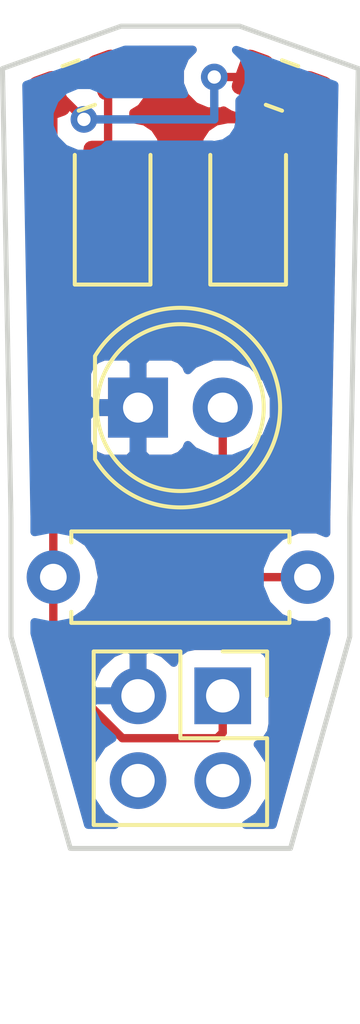
<source format=kicad_pcb>
(kicad_pcb (version 20171130) (host pcbnew 5.0.2-bee76a0~70~ubuntu18.04.1)

  (general
    (thickness 1.6)
    (drawings 10)
    (tracks 28)
    (zones 0)
    (modules 7)
    (nets 8)
  )

  (page A4)
  (layers
    (0 F.Cu signal)
    (31 B.Cu signal)
    (32 B.Adhes user)
    (33 F.Adhes user)
    (34 B.Paste user)
    (35 F.Paste user)
    (36 B.SilkS user)
    (37 F.SilkS user)
    (38 B.Mask user)
    (39 F.Mask user)
    (40 Dwgs.User user)
    (41 Cmts.User user)
    (42 Eco1.User user)
    (43 Eco2.User user)
    (44 Edge.Cuts user)
    (45 Margin user)
    (46 B.CrtYd user)
    (47 F.CrtYd user)
    (48 B.Fab user)
    (49 F.Fab user)
  )

  (setup
    (last_trace_width 0.25)
    (trace_clearance 0.2)
    (zone_clearance 0.508)
    (zone_45_only no)
    (trace_min 0.2)
    (segment_width 0.2)
    (edge_width 0.15)
    (via_size 0.8)
    (via_drill 0.4)
    (via_min_size 0.4)
    (via_min_drill 0.3)
    (uvia_size 0.3)
    (uvia_drill 0.1)
    (uvias_allowed no)
    (uvia_min_size 0.2)
    (uvia_min_drill 0.1)
    (pcb_text_width 0.3)
    (pcb_text_size 1.5 1.5)
    (mod_edge_width 0.15)
    (mod_text_size 1 1)
    (mod_text_width 0.15)
    (pad_size 0.975 1.4)
    (pad_drill 0)
    (pad_to_mask_clearance 0.051)
    (solder_mask_min_width 0.25)
    (aux_axis_origin 0 0)
    (visible_elements FFFFFF7F)
    (pcbplotparams
      (layerselection 0x010fc_ffffffff)
      (usegerberextensions false)
      (usegerberattributes false)
      (usegerberadvancedattributes false)
      (creategerberjobfile false)
      (excludeedgelayer true)
      (linewidth 0.100000)
      (plotframeref false)
      (viasonmask false)
      (mode 1)
      (useauxorigin false)
      (hpglpennumber 1)
      (hpglpenspeed 20)
      (hpglpendiameter 15.000000)
      (psnegative false)
      (psa4output false)
      (plotreference true)
      (plotvalue true)
      (plotinvisibletext false)
      (padsonsilk false)
      (subtractmaskfromsilk false)
      (outputformat 1)
      (mirror false)
      (drillshape 0)
      (scaleselection 1)
      (outputdirectory "gerbers/"))
  )

  (net 0 "")
  (net 1 GND)
  (net 2 "Net-(D1-Pad2)")
  (net 3 "Net-(D2-Pad2)")
  (net 4 "Net-(D3-Pad2)")
  (net 5 VCC)
  (net 6 "Net-(J1-Pad4)")
  (net 7 "Net-(J1-Pad2)")

  (net_class Default "This is the default net class."
    (clearance 0.2)
    (trace_width 0.25)
    (via_dia 0.8)
    (via_drill 0.4)
    (uvia_dia 0.3)
    (uvia_drill 0.1)
    (add_net GND)
    (add_net "Net-(D1-Pad2)")
    (add_net "Net-(D2-Pad2)")
    (add_net "Net-(D3-Pad2)")
    (add_net "Net-(J1-Pad2)")
    (add_net "Net-(J1-Pad4)")
    (add_net VCC)
  )

  (module LED_THT:LED_D5.0mm_Clear (layer F.Cu) (tedit 5C2A1229) (tstamp 5C3697C2)
    (at 114.3 77.47)
    (descr "LED, diameter 5.0mm, 2 pins, http://cdn-reichelt.de/documents/datenblatt/A500/LL-504BC2E-009.pdf")
    (tags "LED diameter 5.0mm 2 pins")
    (path /5C29E1D3)
    (fp_text reference D1 (at 1.27 -3.96) (layer F.SilkS) hide
      (effects (font (size 1 1) (thickness 0.15)))
    )
    (fp_text value LED (at 1.27 3.96) (layer F.Fab)
      (effects (font (size 1 1) (thickness 0.15)))
    )
    (fp_text user %R (at 1.25 0) (layer F.Fab)
      (effects (font (size 0.8 0.8) (thickness 0.2)))
    )
    (fp_line (start -1.23 -1.469694) (end -1.23 1.469694) (layer F.Fab) (width 0.1))
    (fp_line (start -1.29 -1.545) (end -1.29 1.545) (layer F.SilkS) (width 0.12))
    (fp_line (start -1.95 -3.25) (end -1.95 3.25) (layer F.CrtYd) (width 0.05))
    (fp_line (start -1.95 3.25) (end 4.5 3.25) (layer F.CrtYd) (width 0.05))
    (fp_line (start 4.5 3.25) (end 4.5 -3.25) (layer F.CrtYd) (width 0.05))
    (fp_line (start 4.5 -3.25) (end -1.95 -3.25) (layer F.CrtYd) (width 0.05))
    (fp_circle (center 1.27 0) (end 3.77 0) (layer F.Fab) (width 0.1))
    (fp_circle (center 1.27 0) (end 3.77 0) (layer F.SilkS) (width 0.12))
    (fp_arc (start 1.27 0) (end -1.23 -1.469694) (angle 299.1) (layer F.Fab) (width 0.1))
    (fp_arc (start 1.27 0) (end -1.29 -1.54483) (angle 148.9) (layer F.SilkS) (width 0.12))
    (fp_arc (start 1.27 0) (end -1.29 1.54483) (angle -148.9) (layer F.SilkS) (width 0.12))
    (pad 1 thru_hole rect (at 0 0) (size 1.8 1.8) (drill 0.9) (layers *.Cu *.Mask)
      (net 1 GND))
    (pad 2 thru_hole circle (at 2.54 0) (size 1.8 1.8) (drill 0.9) (layers *.Cu *.Mask)
      (net 2 "Net-(D1-Pad2)"))
    (model ${KISYS3DMOD}/LED_THT.3dshapes/LED_D5.0mm_Clear.wrl
      (at (xyz 0 0 0))
      (scale (xyz 1 1 1))
      (rotate (xyz 0 0 0))
    )
  )

  (module LED_SMD:LED_1206_3216Metric (layer F.Cu) (tedit 5C2A1217) (tstamp 5C3697D5)
    (at 113.538 71.498 90)
    (descr "LED SMD 1206 (3216 Metric), square (rectangular) end terminal, IPC_7351 nominal, (Body size source: http://www.tortai-tech.com/upload/download/2011102023233369053.pdf), generated with kicad-footprint-generator")
    (tags diode)
    (path /5C29E215)
    (attr smd)
    (fp_text reference D2 (at 0 -1.82 90) (layer F.SilkS) hide
      (effects (font (size 1 1) (thickness 0.15)))
    )
    (fp_text value LED (at 0 1.82 90) (layer F.Fab)
      (effects (font (size 1 1) (thickness 0.15)))
    )
    (fp_line (start 1.6 -0.8) (end -1.2 -0.8) (layer F.Fab) (width 0.1))
    (fp_line (start -1.2 -0.8) (end -1.6 -0.4) (layer F.Fab) (width 0.1))
    (fp_line (start -1.6 -0.4) (end -1.6 0.8) (layer F.Fab) (width 0.1))
    (fp_line (start -1.6 0.8) (end 1.6 0.8) (layer F.Fab) (width 0.1))
    (fp_line (start 1.6 0.8) (end 1.6 -0.8) (layer F.Fab) (width 0.1))
    (fp_line (start 1.6 -1.135) (end -2.285 -1.135) (layer F.SilkS) (width 0.12))
    (fp_line (start -2.285 -1.135) (end -2.285 1.135) (layer F.SilkS) (width 0.12))
    (fp_line (start -2.285 1.135) (end 1.6 1.135) (layer F.SilkS) (width 0.12))
    (fp_line (start -2.28 1.12) (end -2.28 -1.12) (layer F.CrtYd) (width 0.05))
    (fp_line (start -2.28 -1.12) (end 2.28 -1.12) (layer F.CrtYd) (width 0.05))
    (fp_line (start 2.28 -1.12) (end 2.28 1.12) (layer F.CrtYd) (width 0.05))
    (fp_line (start 2.28 1.12) (end -2.28 1.12) (layer F.CrtYd) (width 0.05))
    (fp_text user %R (at 0 0 90) (layer F.Fab)
      (effects (font (size 0.8 0.8) (thickness 0.12)))
    )
    (pad 1 smd roundrect (at -1.4 0 90) (size 1.25 1.75) (layers F.Cu F.Paste F.Mask) (roundrect_rratio 0.2)
      (net 1 GND))
    (pad 2 smd roundrect (at 1.4 0 90) (size 1.25 1.75) (layers F.Cu F.Paste F.Mask) (roundrect_rratio 0.2)
      (net 3 "Net-(D2-Pad2)"))
    (model ${KISYS3DMOD}/LED_SMD.3dshapes/LED_1206_3216Metric.wrl
      (at (xyz 0 0 0))
      (scale (xyz 1 1 1))
      (rotate (xyz 0 0 0))
    )
  )

  (module LED_SMD:LED_1206_3216Metric (layer F.Cu) (tedit 5C2A1221) (tstamp 5C3697E8)
    (at 117.602 71.498 90)
    (descr "LED SMD 1206 (3216 Metric), square (rectangular) end terminal, IPC_7351 nominal, (Body size source: http://www.tortai-tech.com/upload/download/2011102023233369053.pdf), generated with kicad-footprint-generator")
    (tags diode)
    (path /5C29E259)
    (attr smd)
    (fp_text reference D3 (at 0 -1.82 90) (layer F.SilkS) hide
      (effects (font (size 1 1) (thickness 0.15)))
    )
    (fp_text value LED (at 0 1.82 90) (layer F.Fab)
      (effects (font (size 1 1) (thickness 0.15)))
    )
    (fp_text user %R (at 0 0 90) (layer F.Fab)
      (effects (font (size 0.8 0.8) (thickness 0.12)))
    )
    (fp_line (start 2.28 1.12) (end -2.28 1.12) (layer F.CrtYd) (width 0.05))
    (fp_line (start 2.28 -1.12) (end 2.28 1.12) (layer F.CrtYd) (width 0.05))
    (fp_line (start -2.28 -1.12) (end 2.28 -1.12) (layer F.CrtYd) (width 0.05))
    (fp_line (start -2.28 1.12) (end -2.28 -1.12) (layer F.CrtYd) (width 0.05))
    (fp_line (start -2.285 1.135) (end 1.6 1.135) (layer F.SilkS) (width 0.12))
    (fp_line (start -2.285 -1.135) (end -2.285 1.135) (layer F.SilkS) (width 0.12))
    (fp_line (start 1.6 -1.135) (end -2.285 -1.135) (layer F.SilkS) (width 0.12))
    (fp_line (start 1.6 0.8) (end 1.6 -0.8) (layer F.Fab) (width 0.1))
    (fp_line (start -1.6 0.8) (end 1.6 0.8) (layer F.Fab) (width 0.1))
    (fp_line (start -1.6 -0.4) (end -1.6 0.8) (layer F.Fab) (width 0.1))
    (fp_line (start -1.2 -0.8) (end -1.6 -0.4) (layer F.Fab) (width 0.1))
    (fp_line (start 1.6 -0.8) (end -1.2 -0.8) (layer F.Fab) (width 0.1))
    (pad 2 smd roundrect (at 1.4 0 90) (size 1.25 1.75) (layers F.Cu F.Paste F.Mask) (roundrect_rratio 0.2)
      (net 4 "Net-(D3-Pad2)"))
    (pad 1 smd roundrect (at -1.4 0 90) (size 1.25 1.75) (layers F.Cu F.Paste F.Mask) (roundrect_rratio 0.2)
      (net 1 GND))
    (model ${KISYS3DMOD}/LED_SMD.3dshapes/LED_1206_3216Metric.wrl
      (at (xyz 0 0 0))
      (scale (xyz 1 1 1))
      (rotate (xyz 0 0 0))
    )
  )

  (module Connector_PinHeader_2.54mm:PinHeader_2x02_P2.54mm_Vertical (layer F.Cu) (tedit 5C2A1233) (tstamp 5C369802)
    (at 116.84 86.106 270)
    (descr "Through hole straight pin header, 2x02, 2.54mm pitch, double rows")
    (tags "Through hole pin header THT 2x02 2.54mm double row")
    (path /5C2A7F80)
    (fp_text reference J1 (at 1.27 -2.33 270) (layer F.SilkS) hide
      (effects (font (size 1 1) (thickness 0.15)))
    )
    (fp_text value Conn_02x02_Odd_Even (at 1.27 4.87 270) (layer F.Fab)
      (effects (font (size 1 1) (thickness 0.15)))
    )
    (fp_line (start 0 -1.27) (end 3.81 -1.27) (layer F.Fab) (width 0.1))
    (fp_line (start 3.81 -1.27) (end 3.81 3.81) (layer F.Fab) (width 0.1))
    (fp_line (start 3.81 3.81) (end -1.27 3.81) (layer F.Fab) (width 0.1))
    (fp_line (start -1.27 3.81) (end -1.27 0) (layer F.Fab) (width 0.1))
    (fp_line (start -1.27 0) (end 0 -1.27) (layer F.Fab) (width 0.1))
    (fp_line (start -1.33 3.87) (end 3.87 3.87) (layer F.SilkS) (width 0.12))
    (fp_line (start -1.33 1.27) (end -1.33 3.87) (layer F.SilkS) (width 0.12))
    (fp_line (start 3.87 -1.33) (end 3.87 3.87) (layer F.SilkS) (width 0.12))
    (fp_line (start -1.33 1.27) (end 1.27 1.27) (layer F.SilkS) (width 0.12))
    (fp_line (start 1.27 1.27) (end 1.27 -1.33) (layer F.SilkS) (width 0.12))
    (fp_line (start 1.27 -1.33) (end 3.87 -1.33) (layer F.SilkS) (width 0.12))
    (fp_line (start -1.33 0) (end -1.33 -1.33) (layer F.SilkS) (width 0.12))
    (fp_line (start -1.33 -1.33) (end 0 -1.33) (layer F.SilkS) (width 0.12))
    (fp_line (start -1.8 -1.8) (end -1.8 4.35) (layer F.CrtYd) (width 0.05))
    (fp_line (start -1.8 4.35) (end 4.35 4.35) (layer F.CrtYd) (width 0.05))
    (fp_line (start 4.35 4.35) (end 4.35 -1.8) (layer F.CrtYd) (width 0.05))
    (fp_line (start 4.35 -1.8) (end -1.8 -1.8) (layer F.CrtYd) (width 0.05))
    (fp_text user %R (at 1.27 1.27 180) (layer F.Fab)
      (effects (font (size 1 1) (thickness 0.15)))
    )
    (pad 1 thru_hole rect (at 0 0 270) (size 1.7 1.7) (drill 1) (layers *.Cu *.Mask)
      (net 5 VCC))
    (pad 2 thru_hole oval (at 2.54 0 270) (size 1.7 1.7) (drill 1) (layers *.Cu *.Mask)
      (net 7 "Net-(J1-Pad2)"))
    (pad 3 thru_hole oval (at 0 2.54 270) (size 1.7 1.7) (drill 1) (layers *.Cu *.Mask)
      (net 1 GND))
    (pad 4 thru_hole oval (at 2.54 2.54 270) (size 1.7 1.7) (drill 1) (layers *.Cu *.Mask)
      (net 6 "Net-(J1-Pad4)"))
    (model ${KISYS3DMOD}/Connector_PinHeader_2.54mm.3dshapes/PinHeader_2x02_P2.54mm_Vertical.wrl
      (at (xyz 0 0 0))
      (scale (xyz 1 1 1))
      (rotate (xyz 0 0 0))
    )
  )

  (module Resistor_THT:R_Axial_DIN0207_L6.3mm_D2.5mm_P7.62mm_Horizontal (layer F.Cu) (tedit 5C2A1238) (tstamp 5C369819)
    (at 119.38 82.55 180)
    (descr "Resistor, Axial_DIN0207 series, Axial, Horizontal, pin pitch=7.62mm, 0.25W = 1/4W, length*diameter=6.3*2.5mm^2, http://cdn-reichelt.de/documents/datenblatt/B400/1_4W%23YAG.pdf")
    (tags "Resistor Axial_DIN0207 series Axial Horizontal pin pitch 7.62mm 0.25W = 1/4W length 6.3mm diameter 2.5mm")
    (path /5C29E2C1)
    (fp_text reference R1 (at 3.81 -2.37 180) (layer F.SilkS) hide
      (effects (font (size 1 1) (thickness 0.15)))
    )
    (fp_text value R (at 3.81 2.37 180) (layer F.Fab)
      (effects (font (size 1 1) (thickness 0.15)))
    )
    (fp_line (start 0.66 -1.25) (end 0.66 1.25) (layer F.Fab) (width 0.1))
    (fp_line (start 0.66 1.25) (end 6.96 1.25) (layer F.Fab) (width 0.1))
    (fp_line (start 6.96 1.25) (end 6.96 -1.25) (layer F.Fab) (width 0.1))
    (fp_line (start 6.96 -1.25) (end 0.66 -1.25) (layer F.Fab) (width 0.1))
    (fp_line (start 0 0) (end 0.66 0) (layer F.Fab) (width 0.1))
    (fp_line (start 7.62 0) (end 6.96 0) (layer F.Fab) (width 0.1))
    (fp_line (start 0.54 -1.04) (end 0.54 -1.37) (layer F.SilkS) (width 0.12))
    (fp_line (start 0.54 -1.37) (end 7.08 -1.37) (layer F.SilkS) (width 0.12))
    (fp_line (start 7.08 -1.37) (end 7.08 -1.04) (layer F.SilkS) (width 0.12))
    (fp_line (start 0.54 1.04) (end 0.54 1.37) (layer F.SilkS) (width 0.12))
    (fp_line (start 0.54 1.37) (end 7.08 1.37) (layer F.SilkS) (width 0.12))
    (fp_line (start 7.08 1.37) (end 7.08 1.04) (layer F.SilkS) (width 0.12))
    (fp_line (start -1.05 -1.5) (end -1.05 1.5) (layer F.CrtYd) (width 0.05))
    (fp_line (start -1.05 1.5) (end 8.67 1.5) (layer F.CrtYd) (width 0.05))
    (fp_line (start 8.67 1.5) (end 8.67 -1.5) (layer F.CrtYd) (width 0.05))
    (fp_line (start 8.67 -1.5) (end -1.05 -1.5) (layer F.CrtYd) (width 0.05))
    (fp_text user %R (at 3.81 0 180) (layer F.Fab)
      (effects (font (size 1 1) (thickness 0.15)))
    )
    (pad 1 thru_hole circle (at 0 0 180) (size 1.6 1.6) (drill 0.8) (layers *.Cu *.Mask)
      (net 2 "Net-(D1-Pad2)"))
    (pad 2 thru_hole oval (at 7.62 0 180) (size 1.6 1.6) (drill 0.8) (layers *.Cu *.Mask)
      (net 5 VCC))
    (model ${KISYS3DMOD}/Resistor_THT.3dshapes/R_Axial_DIN0207_L6.3mm_D2.5mm_P7.62mm_Horizontal.wrl
      (at (xyz 0 0 0))
      (scale (xyz 1 1 1))
      (rotate (xyz 0 0 0))
    )
  )

  (module Resistor_SMD:R_0805_2012Metric (layer F.Cu) (tedit 5C2A1208) (tstamp 5C369CDB)
    (at 112.522 67.818 200)
    (descr "Resistor SMD 0805 (2012 Metric), square (rectangular) end terminal, IPC_7351 nominal, (Body size source: https://docs.google.com/spreadsheets/d/1BsfQQcO9C6DZCsRaXUlFlo91Tg2WpOkGARC1WS5S8t0/edit?usp=sharing), generated with kicad-footprint-generator")
    (tags resistor)
    (path /5C29E2FE)
    (attr smd)
    (fp_text reference R2 (at 0 -1.65 200) (layer F.SilkS) hide
      (effects (font (size 1 1) (thickness 0.15)))
    )
    (fp_text value R (at 0 1.65 200) (layer F.Fab)
      (effects (font (size 1 1) (thickness 0.15)))
    )
    (fp_line (start -1.000001 0.6) (end -1 -0.6) (layer F.Fab) (width 0.1))
    (fp_line (start -1 -0.6) (end 1.000001 -0.6) (layer F.Fab) (width 0.1))
    (fp_line (start 1.000001 -0.6) (end 1 0.6) (layer F.Fab) (width 0.1))
    (fp_line (start 1 0.6) (end -1.000001 0.6) (layer F.Fab) (width 0.1))
    (fp_line (start -0.258578 -0.71) (end 0.258579 -0.71) (layer F.SilkS) (width 0.12))
    (fp_line (start -0.258579 0.71) (end 0.258578 0.71) (layer F.SilkS) (width 0.12))
    (fp_line (start -1.68 0.95) (end -1.68 -0.95) (layer F.CrtYd) (width 0.05))
    (fp_line (start -1.68 -0.95) (end 1.68 -0.95) (layer F.CrtYd) (width 0.05))
    (fp_line (start 1.68 -0.95) (end 1.68 0.95) (layer F.CrtYd) (width 0.05))
    (fp_line (start 1.68 0.95) (end -1.68 0.95) (layer F.CrtYd) (width 0.05))
    (fp_text user %R (at 0 0 200) (layer F.Fab)
      (effects (font (size 0.5 0.5) (thickness 0.08)))
    )
    (pad 1 smd roundrect (at -0.9375 0 200) (size 0.975 1.4) (layers F.Cu F.Paste F.Mask) (roundrect_rratio 0.25)
      (net 3 "Net-(D2-Pad2)"))
    (pad 2 smd roundrect (at 0.9375 0 200) (size 0.975 1.4) (layers F.Cu F.Paste F.Mask) (roundrect_rratio 0.25)
      (net 5 VCC))
    (model ${KISYS3DMOD}/Resistor_SMD.3dshapes/R_0805_2012Metric.wrl
      (at (xyz 0 0 0))
      (scale (xyz 1 1 1))
      (rotate (xyz 0 0 0))
    )
  )

  (module Resistor_SMD:R_0805_2012Metric (layer F.Cu) (tedit 5C2A120E) (tstamp 5C36983B)
    (at 118.618 67.818 160)
    (descr "Resistor SMD 0805 (2012 Metric), square (rectangular) end terminal, IPC_7351 nominal, (Body size source: https://docs.google.com/spreadsheets/d/1BsfQQcO9C6DZCsRaXUlFlo91Tg2WpOkGARC1WS5S8t0/edit?usp=sharing), generated with kicad-footprint-generator")
    (tags resistor)
    (path /5C29E365)
    (attr smd)
    (fp_text reference R3 (at 0 -1.65 160) (layer F.SilkS) hide
      (effects (font (size 1 1) (thickness 0.15)))
    )
    (fp_text value R (at 0 1.65 160) (layer F.Fab)
      (effects (font (size 1 1) (thickness 0.15)))
    )
    (fp_text user %R (at 0 0 160) (layer F.Fab)
      (effects (font (size 0.5 0.5) (thickness 0.08)))
    )
    (fp_line (start 1.68 0.95) (end -1.68 0.95) (layer F.CrtYd) (width 0.05))
    (fp_line (start 1.68 -0.95) (end 1.68 0.95) (layer F.CrtYd) (width 0.05))
    (fp_line (start -1.68 -0.95) (end 1.68 -0.95) (layer F.CrtYd) (width 0.05))
    (fp_line (start -1.68 0.95) (end -1.68 -0.95) (layer F.CrtYd) (width 0.05))
    (fp_line (start -0.258578 0.71) (end 0.258578 0.71) (layer F.SilkS) (width 0.12))
    (fp_line (start -0.258578 -0.71) (end 0.258578 -0.71) (layer F.SilkS) (width 0.12))
    (fp_line (start 1 0.6) (end -1 0.6) (layer F.Fab) (width 0.1))
    (fp_line (start 1 -0.6) (end 1 0.6) (layer F.Fab) (width 0.1))
    (fp_line (start -1 -0.6) (end 1 -0.6) (layer F.Fab) (width 0.1))
    (fp_line (start -1 0.6) (end -1 -0.6) (layer F.Fab) (width 0.1))
    (pad 2 smd roundrect (at 0.9375 0 160) (size 0.975 1.4) (layers F.Cu F.Paste F.Mask) (roundrect_rratio 0.25)
      (net 5 VCC))
    (pad 1 smd roundrect (at -0.9375 0 160) (size 0.975 1.4) (layers F.Cu F.Paste F.Mask) (roundrect_rratio 0.25)
      (net 4 "Net-(D3-Pad2)"))
    (model ${KISYS3DMOD}/Resistor_SMD.3dshapes/R_0805_2012Metric.wrl
      (at (xyz 0 0 0))
      (scale (xyz 1 1 1))
      (rotate (xyz 0 0 0))
    )
  )

  (gr_line (start 110.49 84.328) (end 112.268 90.678) (layer Edge.Cuts) (width 0.15))
  (gr_line (start 110.49 80.772) (end 110.49 84.328) (layer Edge.Cuts) (width 0.15))
  (gr_line (start 110.236 67.31) (end 110.49 80.772) (layer Edge.Cuts) (width 0.15))
  (gr_line (start 113.792 66.04) (end 110.236 67.31) (layer Edge.Cuts) (width 0.15))
  (gr_line (start 117.348 66.04) (end 113.792 66.04) (layer Edge.Cuts) (width 0.15))
  (gr_line (start 120.904 67.31) (end 117.348 66.04) (layer Edge.Cuts) (width 0.15))
  (gr_line (start 120.65 80.772) (end 120.904 67.31) (layer Edge.Cuts) (width 0.15))
  (gr_line (start 120.65 84.328) (end 120.65 80.772) (layer Edge.Cuts) (width 0.15))
  (gr_line (start 118.872 90.678) (end 120.65 84.328) (layer Edge.Cuts) (width 0.15))
  (gr_line (start 112.268 90.678) (end 118.872 90.678) (layer Edge.Cuts) (width 0.15))

  (segment (start 114.3 73.66) (end 113.538 72.898) (width 0.25) (layer F.Cu) (net 1))
  (segment (start 114.3 77.47) (end 114.3 73.66) (width 0.25) (layer F.Cu) (net 1))
  (segment (start 114.513 72.898) (end 117.602 72.898) (width 0.25) (layer F.Cu) (net 1))
  (segment (start 113.538 72.898) (end 114.513 72.898) (width 0.25) (layer F.Cu) (net 1))
  (segment (start 114.3 86.106) (end 114.3 77.47) (width 0.25) (layer F.Cu) (net 1))
  (segment (start 117.348 82.55) (end 119.38 82.55) (width 0.25) (layer F.Cu) (net 2))
  (segment (start 116.84 77.47) (end 116.84 82.042) (width 0.25) (layer F.Cu) (net 2))
  (segment (start 116.84 82.042) (end 117.348 82.55) (width 0.25) (layer F.Cu) (net 2))
  (segment (start 113.402962 69.962962) (end 113.538 70.098) (width 0.25) (layer F.Cu) (net 3))
  (segment (start 113.402962 67.497356) (end 113.402962 69.962962) (width 0.25) (layer F.Cu) (net 3))
  (segment (start 117.602 70.035606) (end 117.602 70.098) (width 0.25) (layer F.Cu) (net 4))
  (segment (start 119.498962 68.138644) (end 117.602 70.035606) (width 0.25) (layer F.Cu) (net 4))
  (segment (start 111.844 82.55) (end 111.76 82.55) (width 0.25) (layer F.Cu) (net 5))
  (segment (start 111.76 68.257606) (end 111.641038 68.138644) (width 0.25) (layer F.Cu) (net 5))
  (segment (start 111.76 82.55) (end 111.76 68.257606) (width 0.25) (layer F.Cu) (net 5))
  (segment (start 113.830998 87.376) (end 111.76 85.305002) (width 0.25) (layer F.Cu) (net 5))
  (segment (start 111.76 85.305002) (end 111.76 82.55) (width 0.25) (layer F.Cu) (net 5))
  (segment (start 116.67 87.376) (end 113.830998 87.376) (width 0.25) (layer F.Cu) (net 5))
  (segment (start 116.84 86.106) (end 116.84 87.206) (width 0.25) (layer F.Cu) (net 5))
  (segment (start 116.84 87.206) (end 116.67 87.376) (width 0.25) (layer F.Cu) (net 5))
  (segment (start 111.641038 68.138644) (end 111.982606 68.138644) (width 0.25) (layer F.Cu) (net 5))
  (via (at 112.677962 68.834) (size 0.8) (drill 0.4) (layers F.Cu B.Cu) (net 5))
  (segment (start 111.982606 68.138644) (end 112.677962 68.834) (width 0.25) (layer F.Cu) (net 5))
  (segment (start 112.677962 68.834) (end 116.586 68.834) (width 0.25) (layer B.Cu) (net 5))
  (via (at 116.586 67.564) (size 0.8) (drill 0.4) (layers F.Cu B.Cu) (net 5))
  (segment (start 116.586 68.834) (end 116.586 67.564) (width 0.25) (layer B.Cu) (net 5))
  (segment (start 117.670394 67.564) (end 117.737038 67.497356) (width 0.25) (layer F.Cu) (net 5))
  (segment (start 116.586 67.564) (end 117.670394 67.564) (width 0.25) (layer F.Cu) (net 5))

  (zone (net 1) (net_name GND) (layer F.Cu) (tstamp 5C365558) (hatch edge 0.508)
    (connect_pads (clearance 0.508))
    (min_thickness 0.254)
    (fill yes (arc_segments 16) (thermal_gap 0.508) (thermal_bridge_width 0.508))
    (polygon
      (pts
        (xy 112.268 90.678) (xy 110.49 84.328) (xy 110.49 81.026) (xy 110.236 67.31) (xy 113.792 66.04)
        (xy 117.348 66.04) (xy 120.904 67.31) (xy 120.65 81.026) (xy 120.65 84.074) (xy 118.872 90.678)
      )
    )
    (filled_polygon
      (pts
        (xy 115.708569 66.97772) (xy 115.551 67.358126) (xy 115.551 67.769874) (xy 115.708569 68.15028) (xy 115.99972 68.441431)
        (xy 116.380126 68.599) (xy 116.791874 68.599) (xy 116.864084 68.56909) (xy 117.047136 68.680168) (xy 117.446597 68.82556)
        (xy 116.977 68.82556) (xy 116.633565 68.893874) (xy 116.342414 69.088414) (xy 116.147874 69.379565) (xy 116.07956 69.723)
        (xy 116.07956 70.473) (xy 116.147874 70.816435) (xy 116.342414 71.107586) (xy 116.633565 71.302126) (xy 116.977 71.37044)
        (xy 118.227 71.37044) (xy 118.570435 71.302126) (xy 118.861586 71.107586) (xy 119.056126 70.816435) (xy 119.12444 70.473)
        (xy 119.12444 69.723) (xy 119.102037 69.610371) (xy 119.235676 69.476732) (xy 119.26716 69.488191) (xy 119.610837 69.541088)
        (xy 119.948597 69.458439) (xy 120.15621 69.306212) (xy 119.941319 80.695449) (xy 119.940001 80.702074) (xy 119.940001 80.765291)
        (xy 119.938808 80.828519) (xy 119.940001 80.83517) (xy 119.940001 81.228727) (xy 119.665439 81.115) (xy 119.094561 81.115)
        (xy 118.567138 81.333466) (xy 118.163466 81.737138) (xy 118.14157 81.79) (xy 117.662802 81.79) (xy 117.6 81.727198)
        (xy 117.6 78.816669) (xy 117.709507 78.77131) (xy 118.14131 78.339507) (xy 118.375 77.77533) (xy 118.375 77.16467)
        (xy 118.14131 76.600493) (xy 117.709507 76.16869) (xy 117.14533 75.935) (xy 116.53467 75.935) (xy 115.970493 76.16869)
        (xy 115.794139 76.345044) (xy 115.738327 76.210301) (xy 115.559698 76.031673) (xy 115.326309 75.935) (xy 114.58575 75.935)
        (xy 114.427 76.09375) (xy 114.427 77.343) (xy 114.447 77.343) (xy 114.447 77.597) (xy 114.427 77.597)
        (xy 114.427 78.84625) (xy 114.58575 79.005) (xy 115.326309 79.005) (xy 115.559698 78.908327) (xy 115.738327 78.729699)
        (xy 115.794139 78.594956) (xy 115.970493 78.77131) (xy 116.08 78.816669) (xy 116.080001 81.967148) (xy 116.065112 82.042)
        (xy 116.124097 82.338537) (xy 116.215378 82.475148) (xy 116.292072 82.589929) (xy 116.355527 82.632328) (xy 116.757672 83.034475)
        (xy 116.800071 83.097929) (xy 116.863524 83.140327) (xy 116.863526 83.140329) (xy 116.988902 83.224102) (xy 117.051463 83.265904)
        (xy 117.273148 83.31) (xy 117.273152 83.31) (xy 117.347999 83.324888) (xy 117.422846 83.31) (xy 118.14157 83.31)
        (xy 118.163466 83.362862) (xy 118.567138 83.766534) (xy 119.094561 83.985) (xy 119.665439 83.985) (xy 119.94 83.871273)
        (xy 119.94 84.230473) (xy 118.333494 89.968) (xy 117.534416 89.968) (xy 117.910625 89.716625) (xy 118.238839 89.225418)
        (xy 118.354092 88.646) (xy 118.238839 88.066582) (xy 117.910625 87.575375) (xy 117.892381 87.563184) (xy 117.937765 87.554157)
        (xy 118.147809 87.413809) (xy 118.288157 87.203765) (xy 118.33744 86.956) (xy 118.33744 85.256) (xy 118.288157 85.008235)
        (xy 118.147809 84.798191) (xy 117.937765 84.657843) (xy 117.69 84.60856) (xy 115.99 84.60856) (xy 115.742235 84.657843)
        (xy 115.532191 84.798191) (xy 115.391843 85.008235) (xy 115.371261 85.111708) (xy 115.066924 84.834355) (xy 114.65689 84.664524)
        (xy 114.427 84.785845) (xy 114.427 85.979) (xy 114.447 85.979) (xy 114.447 86.233) (xy 114.427 86.233)
        (xy 114.427 86.253) (xy 114.173 86.253) (xy 114.173 86.233) (xy 114.153 86.233) (xy 114.153 85.979)
        (xy 114.173 85.979) (xy 114.173 84.785845) (xy 113.94311 84.664524) (xy 113.533076 84.834355) (xy 113.104817 85.224642)
        (xy 112.992853 85.463053) (xy 112.52 84.990201) (xy 112.52 83.768043) (xy 112.794577 83.584577) (xy 113.11174 83.109909)
        (xy 113.223113 82.55) (xy 113.11174 81.990091) (xy 112.794577 81.515423) (xy 112.52 81.331957) (xy 112.52 77.75575)
        (xy 112.765 77.75575) (xy 112.765 78.49631) (xy 112.861673 78.729699) (xy 113.040302 78.908327) (xy 113.273691 79.005)
        (xy 114.01425 79.005) (xy 114.173 78.84625) (xy 114.173 77.597) (xy 112.92375 77.597) (xy 112.765 77.75575)
        (xy 112.52 77.75575) (xy 112.52 76.44369) (xy 112.765 76.44369) (xy 112.765 77.18425) (xy 112.92375 77.343)
        (xy 114.173 77.343) (xy 114.173 76.09375) (xy 114.01425 75.935) (xy 113.273691 75.935) (xy 113.040302 76.031673)
        (xy 112.861673 76.210301) (xy 112.765 76.44369) (xy 112.52 76.44369) (xy 112.52 74.151087) (xy 112.53669 74.158)
        (xy 113.25225 74.158) (xy 113.411 73.99925) (xy 113.411 73.025) (xy 113.665 73.025) (xy 113.665 73.99925)
        (xy 113.82375 74.158) (xy 114.53931 74.158) (xy 114.772699 74.061327) (xy 114.951327 73.882698) (xy 115.048 73.649309)
        (xy 115.048 73.18375) (xy 116.092 73.18375) (xy 116.092 73.649309) (xy 116.188673 73.882698) (xy 116.367301 74.061327)
        (xy 116.60069 74.158) (xy 117.31625 74.158) (xy 117.475 73.99925) (xy 117.475 73.025) (xy 117.729 73.025)
        (xy 117.729 73.99925) (xy 117.88775 74.158) (xy 118.60331 74.158) (xy 118.836699 74.061327) (xy 119.015327 73.882698)
        (xy 119.112 73.649309) (xy 119.112 73.18375) (xy 118.95325 73.025) (xy 117.729 73.025) (xy 117.475 73.025)
        (xy 116.25075 73.025) (xy 116.092 73.18375) (xy 115.048 73.18375) (xy 114.88925 73.025) (xy 113.665 73.025)
        (xy 113.411 73.025) (xy 113.391 73.025) (xy 113.391 72.771) (xy 113.411 72.771) (xy 113.411 71.79675)
        (xy 113.665 71.79675) (xy 113.665 72.771) (xy 114.88925 72.771) (xy 115.048 72.61225) (xy 115.048 72.146691)
        (xy 116.092 72.146691) (xy 116.092 72.61225) (xy 116.25075 72.771) (xy 117.475 72.771) (xy 117.475 71.79675)
        (xy 117.729 71.79675) (xy 117.729 72.771) (xy 118.95325 72.771) (xy 119.112 72.61225) (xy 119.112 72.146691)
        (xy 119.015327 71.913302) (xy 118.836699 71.734673) (xy 118.60331 71.638) (xy 117.88775 71.638) (xy 117.729 71.79675)
        (xy 117.475 71.79675) (xy 117.31625 71.638) (xy 116.60069 71.638) (xy 116.367301 71.734673) (xy 116.188673 71.913302)
        (xy 116.092 72.146691) (xy 115.048 72.146691) (xy 114.951327 71.913302) (xy 114.772699 71.734673) (xy 114.53931 71.638)
        (xy 113.82375 71.638) (xy 113.665 71.79675) (xy 113.411 71.79675) (xy 113.25225 71.638) (xy 112.53669 71.638)
        (xy 112.52 71.644913) (xy 112.52 71.269008) (xy 112.569565 71.302126) (xy 112.913 71.37044) (xy 114.163 71.37044)
        (xy 114.506435 71.302126) (xy 114.797586 71.107586) (xy 114.992126 70.816435) (xy 115.06044 70.473) (xy 115.06044 69.723)
        (xy 114.992126 69.379565) (xy 114.797586 69.088414) (xy 114.506435 68.893874) (xy 114.163 68.82556) (xy 114.162962 68.82556)
        (xy 114.162962 68.637631) (xy 114.390139 68.499777) (xy 114.595752 68.219355) (xy 114.678401 67.881595) (xy 114.625503 67.537917)
        (xy 114.338724 66.75) (xy 115.936289 66.75)
      )
    )
  )
  (zone (net 1) (net_name GND) (layer B.Cu) (tstamp 5C365555) (hatch edge 0.508)
    (connect_pads (clearance 0.508))
    (min_thickness 0.254)
    (fill yes (arc_segments 16) (thermal_gap 0.508) (thermal_bridge_width 0.508))
    (polygon
      (pts
        (xy 112.268 90.678) (xy 110.49 84.328) (xy 110.49 81.026) (xy 110.236 67.31) (xy 113.792 66.04)
        (xy 117.348 66.04) (xy 120.904 67.31) (xy 120.65 81.026) (xy 120.65 84.074) (xy 118.872 90.678)
      )
    )
    (filled_polygon
      (pts
        (xy 115.708569 66.97772) (xy 115.551 67.358126) (xy 115.551 67.769874) (xy 115.676973 68.074) (xy 113.381673 68.074)
        (xy 113.264242 67.956569) (xy 112.883836 67.799) (xy 112.472088 67.799) (xy 112.091682 67.956569) (xy 111.800531 68.24772)
        (xy 111.642962 68.628126) (xy 111.642962 69.039874) (xy 111.800531 69.42028) (xy 112.091682 69.711431) (xy 112.472088 69.869)
        (xy 112.883836 69.869) (xy 113.264242 69.711431) (xy 113.381673 69.594) (xy 116.511148 69.594) (xy 116.586 69.608889)
        (xy 116.660852 69.594) (xy 116.882537 69.549904) (xy 117.133929 69.381929) (xy 117.301904 69.130537) (xy 117.360889 68.834)
        (xy 117.346 68.759148) (xy 117.346 68.267711) (xy 117.463431 68.15028) (xy 117.621 67.769874) (xy 117.621 67.358126)
        (xy 117.463431 66.97772) (xy 117.241651 66.75594) (xy 120.184498 67.806957) (xy 119.941319 80.695449) (xy 119.940001 80.702074)
        (xy 119.940001 80.765291) (xy 119.938808 80.828519) (xy 119.940001 80.83517) (xy 119.940001 81.228727) (xy 119.665439 81.115)
        (xy 119.094561 81.115) (xy 118.567138 81.333466) (xy 118.163466 81.737138) (xy 117.945 82.264561) (xy 117.945 82.835439)
        (xy 118.163466 83.362862) (xy 118.567138 83.766534) (xy 119.094561 83.985) (xy 119.665439 83.985) (xy 119.94 83.871273)
        (xy 119.94 84.230473) (xy 118.333494 89.968) (xy 117.534416 89.968) (xy 117.910625 89.716625) (xy 118.238839 89.225418)
        (xy 118.354092 88.646) (xy 118.238839 88.066582) (xy 117.910625 87.575375) (xy 117.892381 87.563184) (xy 117.937765 87.554157)
        (xy 118.147809 87.413809) (xy 118.288157 87.203765) (xy 118.33744 86.956) (xy 118.33744 85.256) (xy 118.288157 85.008235)
        (xy 118.147809 84.798191) (xy 117.937765 84.657843) (xy 117.69 84.60856) (xy 115.99 84.60856) (xy 115.742235 84.657843)
        (xy 115.532191 84.798191) (xy 115.391843 85.008235) (xy 115.371261 85.111708) (xy 115.066924 84.834355) (xy 114.65689 84.664524)
        (xy 114.427 84.785845) (xy 114.427 85.979) (xy 114.447 85.979) (xy 114.447 86.233) (xy 114.427 86.233)
        (xy 114.427 86.253) (xy 114.173 86.253) (xy 114.173 86.233) (xy 112.979181 86.233) (xy 112.858514 86.462892)
        (xy 113.104817 86.987358) (xy 113.529786 87.374647) (xy 113.229375 87.575375) (xy 112.901161 88.066582) (xy 112.785908 88.646)
        (xy 112.901161 89.225418) (xy 113.229375 89.716625) (xy 113.605584 89.968) (xy 112.806506 89.968) (xy 111.625217 85.749108)
        (xy 112.858514 85.749108) (xy 112.979181 85.979) (xy 114.173 85.979) (xy 114.173 84.785845) (xy 113.94311 84.664524)
        (xy 113.533076 84.834355) (xy 113.104817 85.224642) (xy 112.858514 85.749108) (xy 111.625217 85.749108) (xy 111.2 84.230477)
        (xy 111.2 83.901679) (xy 111.200091 83.90174) (xy 111.618667 83.985) (xy 111.901333 83.985) (xy 112.319909 83.90174)
        (xy 112.794577 83.584577) (xy 113.11174 83.109909) (xy 113.223113 82.55) (xy 113.11174 81.990091) (xy 112.794577 81.515423)
        (xy 112.319909 81.19826) (xy 111.901333 81.115) (xy 111.618667 81.115) (xy 111.200091 81.19826) (xy 111.2 81.198321)
        (xy 111.2 80.835164) (xy 111.201192 80.828519) (xy 111.2 80.765343) (xy 111.2 80.702074) (xy 111.198681 80.695444)
        (xy 111.143216 77.75575) (xy 112.765 77.75575) (xy 112.765 78.49631) (xy 112.861673 78.729699) (xy 113.040302 78.908327)
        (xy 113.273691 79.005) (xy 114.01425 79.005) (xy 114.173 78.84625) (xy 114.173 77.597) (xy 112.92375 77.597)
        (xy 112.765 77.75575) (xy 111.143216 77.75575) (xy 111.118461 76.44369) (xy 112.765 76.44369) (xy 112.765 77.18425)
        (xy 112.92375 77.343) (xy 114.173 77.343) (xy 114.173 76.09375) (xy 114.427 76.09375) (xy 114.427 77.343)
        (xy 114.447 77.343) (xy 114.447 77.597) (xy 114.427 77.597) (xy 114.427 78.84625) (xy 114.58575 79.005)
        (xy 115.326309 79.005) (xy 115.559698 78.908327) (xy 115.738327 78.729699) (xy 115.794139 78.594956) (xy 115.970493 78.77131)
        (xy 116.53467 79.005) (xy 117.14533 79.005) (xy 117.709507 78.77131) (xy 118.14131 78.339507) (xy 118.375 77.77533)
        (xy 118.375 77.16467) (xy 118.14131 76.600493) (xy 117.709507 76.16869) (xy 117.14533 75.935) (xy 116.53467 75.935)
        (xy 115.970493 76.16869) (xy 115.794139 76.345044) (xy 115.738327 76.210301) (xy 115.559698 76.031673) (xy 115.326309 75.935)
        (xy 114.58575 75.935) (xy 114.427 76.09375) (xy 114.173 76.09375) (xy 114.01425 75.935) (xy 113.273691 75.935)
        (xy 113.040302 76.031673) (xy 112.861673 76.210301) (xy 112.765 76.44369) (xy 111.118461 76.44369) (xy 110.955502 67.806956)
        (xy 113.914983 66.75) (xy 115.936289 66.75)
      )
    )
  )
)

</source>
